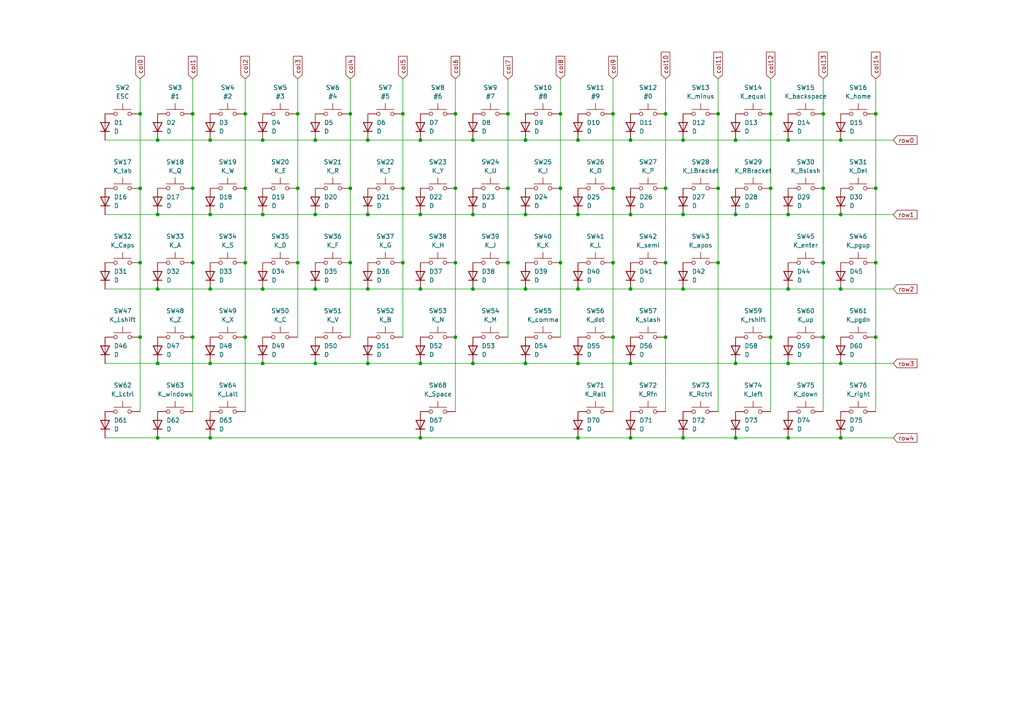
<source format=kicad_sch>
(kicad_sch (version 20230121) (generator eeschema)
  (paper "A4")
  (lib_symbols
    (symbol "Device:D" (pin_numbers hide) (pin_names (offset 1.016) hide)
      (property "Reference" "D" (at 0 2.54 0))
      (property "Value" "D" (at 0 -2.54 0))
      (symbol "D_0_1"
        (polyline (pts (xy -1.27 1.27) (xy -1.27 -1.27)) (stroke (width 0.254)))
        (polyline (pts (xy 1.27 0) (xy -1.27 0)))
        (polyline (pts (xy 1.27 1.27) (xy 1.27 -1.27) (xy -1.27 0) (xy 1.27 1.27)) (stroke (width 0.254)))
      )
      (symbol "D_1_1"
        (pin passive line (at -3.81 0 0) (length 2.54) (name "K") (number "1"))
        (pin passive line (at 3.81 0 180) (length 2.54) (name "A") (number "2"))
      )
    )
    (symbol "Switch:SW_Push" (pin_numbers hide) (pin_names (offset 1.016) hide)
      (property "Reference" "SW" (at 1.27 2.54 0))
      (property "Value" "SW_Push" (at 0 -1.524 0))
      (symbol "SW_Push_0_1"
        (circle (center -2.032 0) (radius 0.508))
        (polyline (pts (xy 0 1.27) (xy 0 3.048)))
        (polyline (pts (xy 2.54 1.27) (xy -2.54 1.27)))
        (circle (center 2.032 0) (radius 0.508))
        (pin passive line (at -5.08 0 0) (length 2.54) (name "1") (number "1"))
        (pin passive line (at 5.08 0 180) (length 2.54) (name "2") (number "2"))
      )
    )
  )
  (junction (at 238.76 33.02))
  (junction (at 91.44 105.41))
  (junction (at 208.28 33.02))
  (junction (at 91.44 40.64))
  (junction (at 208.28 54.61))
  (junction (at 254 76.2))
  (junction (at 121.92 127))
  (junction (at 182.88 62.23))
  (junction (at 60.96 127))
  (junction (at 198.12 40.64))
  (junction (at 132.08 54.61))
  (junction (at 167.64 105.41))
  (junction (at 228.6 40.64))
  (junction (at 238.76 54.61))
  (junction (at 91.44 83.82))
  (junction (at 152.4 62.23))
  (junction (at 106.68 40.64))
  (junction (at 71.12 76.2))
  (junction (at 45.72 83.82))
  (junction (at 147.32 76.2))
  (junction (at 101.6 33.02))
  (junction (at 60.96 83.82))
  (junction (at 182.88 40.64))
  (junction (at 167.64 83.82))
  (junction (at 213.36 40.64))
  (junction (at 101.6 54.61))
  (junction (at 60.96 62.23))
  (junction (at 152.4 105.41))
  (junction (at 121.92 40.64))
  (junction (at 116.84 33.02))
  (junction (at 167.64 40.64))
  (junction (at 182.88 127))
  (junction (at 60.96 105.41))
  (junction (at 106.68 62.23))
  (junction (at 213.36 105.41))
  (junction (at 71.12 54.61))
  (junction (at 193.04 54.61))
  (junction (at 137.16 62.23))
  (junction (at 208.28 76.2))
  (junction (at 76.2 40.64))
  (junction (at 121.92 62.23))
  (junction (at 193.04 33.02))
  (junction (at 116.84 54.61))
  (junction (at 228.6 105.41))
  (junction (at 243.84 127))
  (junction (at 162.56 33.02))
  (junction (at 45.72 40.64))
  (junction (at 193.04 97.79))
  (junction (at 121.92 105.41))
  (junction (at 40.64 54.61))
  (junction (at 55.88 97.79))
  (junction (at 238.76 76.2))
  (junction (at 76.2 62.23))
  (junction (at 182.88 105.41))
  (junction (at 116.84 76.2))
  (junction (at 45.72 105.41))
  (junction (at 137.16 40.64))
  (junction (at 223.52 97.79))
  (junction (at 193.04 76.2))
  (junction (at 40.64 97.79))
  (junction (at 55.88 33.02))
  (junction (at 147.32 54.61))
  (junction (at 213.36 62.23))
  (junction (at 91.44 62.23))
  (junction (at 213.36 127))
  (junction (at 60.96 40.64))
  (junction (at 198.12 62.23))
  (junction (at 147.32 33.02))
  (junction (at 40.64 33.02))
  (junction (at 254 33.02))
  (junction (at 243.84 62.23))
  (junction (at 167.64 62.23))
  (junction (at 86.36 76.2))
  (junction (at 137.16 83.82))
  (junction (at 254 54.61))
  (junction (at 101.6 76.2))
  (junction (at 132.08 33.02))
  (junction (at 198.12 127))
  (junction (at 223.52 54.61))
  (junction (at 55.88 54.61))
  (junction (at 254 97.79))
  (junction (at 243.84 83.82))
  (junction (at 228.6 62.23))
  (junction (at 228.6 83.82))
  (junction (at 137.16 105.41))
  (junction (at 45.72 127))
  (junction (at 45.72 62.23))
  (junction (at 198.12 83.82))
  (junction (at 106.68 83.82))
  (junction (at 71.12 33.02))
  (junction (at 152.4 83.82))
  (junction (at 132.08 97.79))
  (junction (at 182.88 83.82))
  (junction (at 177.8 97.79))
  (junction (at 86.36 33.02))
  (junction (at 223.52 33.02))
  (junction (at 167.64 127))
  (junction (at 55.88 76.2))
  (junction (at 152.4 40.64))
  (junction (at 40.64 76.2))
  (junction (at 177.8 33.02))
  (junction (at 243.84 40.64))
  (junction (at 162.56 54.61))
  (junction (at 132.08 76.2))
  (junction (at 76.2 83.82))
  (junction (at 238.76 97.79))
  (junction (at 86.36 54.61))
  (junction (at 228.6 127))
  (junction (at 162.56 76.2))
  (junction (at 71.12 97.79))
  (junction (at 177.8 54.61))
  (junction (at 76.2 105.41))
  (junction (at 243.84 105.41))
  (junction (at 121.92 83.82))
  (junction (at 106.68 105.41))
  (junction (at 177.8 76.2))
  (wire (pts (xy 238.76 33.02) (xy 238.76 54.61)))
  (wire (pts (xy 55.88 22.86) (xy 55.88 33.02)))
  (wire (pts (xy 132.08 76.2) (xy 132.08 97.79)))
  (wire (pts (xy 213.36 127) (xy 228.6 127)))
  (wire (pts (xy 193.04 76.2) (xy 193.04 97.79)))
  (wire (pts (xy 55.88 76.2) (xy 55.88 97.79)))
  (wire (pts (xy 71.12 76.2) (xy 71.12 97.79)))
  (wire (pts (xy 86.36 54.61) (xy 86.36 76.2)))
  (wire (pts (xy 238.76 54.61) (xy 238.76 76.2)))
  (wire (pts (xy 137.16 83.82) (xy 152.4 83.82)))
  (wire (pts (xy 243.84 127) (xy 259.08 127)))
  (wire (pts (xy 132.08 22.86) (xy 132.08 33.02)))
  (wire (pts (xy 254 54.61) (xy 254 76.2)))
  (wire (pts (xy 198.12 62.23) (xy 213.36 62.23)))
  (wire (pts (xy 137.16 40.64) (xy 152.4 40.64)))
  (wire (pts (xy 132.08 97.79) (xy 132.08 119.38)))
  (wire (pts (xy 76.2 105.41) (xy 91.44 105.41)))
  (wire (pts (xy 40.64 54.61) (xy 40.64 76.2)))
  (wire (pts (xy 121.92 40.64) (xy 137.16 40.64)))
  (wire (pts (xy 152.4 40.64) (xy 167.64 40.64)))
  (wire (pts (xy 55.88 97.79) (xy 55.88 119.38)))
  (wire (pts (xy 254 76.2) (xy 254 97.79)))
  (wire (pts (xy 198.12 127) (xy 213.36 127)))
  (wire (pts (xy 91.44 40.64) (xy 106.68 40.64)))
  (wire (pts (xy 213.36 105.41) (xy 228.6 105.41)))
  (wire (pts (xy 147.32 54.61) (xy 147.32 76.2)))
  (wire (pts (xy 116.84 33.02) (xy 116.84 54.61)))
  (wire (pts (xy 162.56 22.86) (xy 162.56 33.02)))
  (wire (pts (xy 228.6 105.41) (xy 243.84 105.41)))
  (wire (pts (xy 116.84 54.61) (xy 116.84 76.2)))
  (wire (pts (xy 45.72 83.82) (xy 60.96 83.82)))
  (wire (pts (xy 177.8 54.61) (xy 177.8 76.2)))
  (wire (pts (xy 208.28 33.02) (xy 208.28 54.61)))
  (wire (pts (xy 228.6 40.64) (xy 243.84 40.64)))
  (wire (pts (xy 177.8 76.2) (xy 177.8 97.79)))
  (wire (pts (xy 106.68 62.23) (xy 121.92 62.23)))
  (wire (pts (xy 71.12 54.61) (xy 71.12 76.2)))
  (wire (pts (xy 167.64 83.82) (xy 182.88 83.82)))
  (wire (pts (xy 137.16 105.41) (xy 152.4 105.41)))
  (wire (pts (xy 167.64 105.41) (xy 182.88 105.41)))
  (wire (pts (xy 254 22.86) (xy 254 33.02)))
  (wire (pts (xy 45.72 62.23) (xy 60.96 62.23)))
  (wire (pts (xy 213.36 62.23) (xy 228.6 62.23)))
  (wire (pts (xy 223.52 33.02) (xy 223.52 54.61)))
  (wire (pts (xy 147.32 76.2) (xy 147.32 97.79)))
  (wire (pts (xy 55.88 54.61) (xy 55.88 76.2)))
  (wire (pts (xy 40.64 33.02) (xy 40.64 54.61)))
  (wire (pts (xy 121.92 105.41) (xy 137.16 105.41)))
  (wire (pts (xy 101.6 22.86) (xy 101.6 33.02)))
  (wire (pts (xy 91.44 62.23) (xy 106.68 62.23)))
  (wire (pts (xy 147.32 33.02) (xy 147.32 54.61)))
  (wire (pts (xy 55.88 33.02) (xy 55.88 54.61)))
  (wire (pts (xy 71.12 97.79) (xy 71.12 119.38)))
  (wire (pts (xy 162.56 33.02) (xy 162.56 54.61)))
  (wire (pts (xy 243.84 83.82) (xy 259.08 83.82)))
  (wire (pts (xy 76.2 62.23) (xy 91.44 62.23)))
  (wire (pts (xy 101.6 33.02) (xy 101.6 54.61)))
  (wire (pts (xy 60.96 40.64) (xy 76.2 40.64)))
  (wire (pts (xy 132.08 54.61) (xy 132.08 76.2)))
  (wire (pts (xy 193.04 54.61) (xy 193.04 76.2)))
  (wire (pts (xy 182.88 62.23) (xy 198.12 62.23)))
  (wire (pts (xy 86.36 33.02) (xy 86.36 54.61)))
  (wire (pts (xy 167.64 40.64) (xy 182.88 40.64)))
  (wire (pts (xy 228.6 127) (xy 243.84 127)))
  (wire (pts (xy 30.48 83.82) (xy 45.72 83.82)))
  (wire (pts (xy 116.84 22.86) (xy 116.84 33.02)))
  (wire (pts (xy 193.04 33.02) (xy 193.04 54.61)))
  (wire (pts (xy 254 33.02) (xy 254 54.61)))
  (wire (pts (xy 76.2 40.64) (xy 91.44 40.64)))
  (wire (pts (xy 167.64 127) (xy 182.88 127)))
  (wire (pts (xy 152.4 83.82) (xy 167.64 83.82)))
  (wire (pts (xy 30.48 62.23) (xy 45.72 62.23)))
  (wire (pts (xy 177.8 22.86) (xy 177.8 33.02)))
  (wire (pts (xy 208.28 54.61) (xy 208.28 76.2)))
  (wire (pts (xy 30.48 127) (xy 45.72 127)))
  (wire (pts (xy 121.92 83.82) (xy 137.16 83.82)))
  (wire (pts (xy 30.48 105.41) (xy 45.72 105.41)))
  (wire (pts (xy 228.6 62.23) (xy 243.84 62.23)))
  (wire (pts (xy 182.88 40.64) (xy 198.12 40.64)))
  (wire (pts (xy 45.72 127) (xy 60.96 127)))
  (wire (pts (xy 238.76 22.86) (xy 238.76 33.02)))
  (wire (pts (xy 238.76 97.79) (xy 238.76 119.38)))
  (wire (pts (xy 193.04 22.86) (xy 193.04 33.02)))
  (wire (pts (xy 60.96 83.82) (xy 76.2 83.82)))
  (wire (pts (xy 182.88 83.82) (xy 198.12 83.82)))
  (wire (pts (xy 182.88 127) (xy 198.12 127)))
  (wire (pts (xy 106.68 83.82) (xy 121.92 83.82)))
  (wire (pts (xy 223.52 54.61) (xy 223.52 97.79)))
  (wire (pts (xy 243.84 40.64) (xy 259.08 40.64)))
  (wire (pts (xy 116.84 76.2) (xy 116.84 97.79)))
  (wire (pts (xy 198.12 83.82) (xy 228.6 83.82)))
  (wire (pts (xy 30.48 40.64) (xy 45.72 40.64)))
  (wire (pts (xy 243.84 105.41) (xy 259.08 105.41)))
  (wire (pts (xy 86.36 76.2) (xy 86.36 97.79)))
  (wire (pts (xy 198.12 40.64) (xy 213.36 40.64)))
  (wire (pts (xy 228.6 83.82) (xy 243.84 83.82)))
  (wire (pts (xy 106.68 105.41) (xy 121.92 105.41)))
  (wire (pts (xy 208.28 22.86) (xy 208.28 33.02)))
  (wire (pts (xy 91.44 83.82) (xy 106.68 83.82)))
  (wire (pts (xy 60.96 127) (xy 121.92 127)))
  (wire (pts (xy 152.4 105.41) (xy 167.64 105.41)))
  (wire (pts (xy 238.76 76.2) (xy 238.76 97.79)))
  (wire (pts (xy 45.72 105.41) (xy 60.96 105.41)))
  (wire (pts (xy 152.4 62.23) (xy 167.64 62.23)))
  (wire (pts (xy 213.36 40.64) (xy 228.6 40.64)))
  (wire (pts (xy 91.44 105.41) (xy 106.68 105.41)))
  (wire (pts (xy 167.64 62.23) (xy 182.88 62.23)))
  (wire (pts (xy 106.68 40.64) (xy 121.92 40.64)))
  (wire (pts (xy 71.12 33.02) (xy 71.12 54.61)))
  (wire (pts (xy 254 97.79) (xy 254 119.38)))
  (wire (pts (xy 223.52 97.79) (xy 223.52 119.38)))
  (wire (pts (xy 121.92 62.23) (xy 137.16 62.23)))
  (wire (pts (xy 193.04 97.79) (xy 193.04 119.38)))
  (wire (pts (xy 40.64 76.2) (xy 40.64 97.79)))
  (wire (pts (xy 177.8 33.02) (xy 177.8 54.61)))
  (wire (pts (xy 121.92 127) (xy 167.64 127)))
  (wire (pts (xy 132.08 33.02) (xy 132.08 54.61)))
  (wire (pts (xy 137.16 62.23) (xy 152.4 62.23)))
  (wire (pts (xy 60.96 62.23) (xy 76.2 62.23)))
  (wire (pts (xy 162.56 54.61) (xy 162.56 76.2)))
  (wire (pts (xy 60.96 105.41) (xy 76.2 105.41)))
  (wire (pts (xy 40.64 22.86) (xy 40.64 33.02)))
  (wire (pts (xy 162.56 76.2) (xy 162.56 97.79)))
  (wire (pts (xy 40.64 97.79) (xy 40.64 119.38)))
  (wire (pts (xy 147.32 22.86) (xy 147.32 33.02)))
  (wire (pts (xy 45.72 40.64) (xy 60.96 40.64)))
  (wire (pts (xy 101.6 76.2) (xy 101.6 97.79)))
  (wire (pts (xy 86.36 22.86) (xy 86.36 33.02)))
  (wire (pts (xy 71.12 22.86) (xy 71.12 33.02)))
  (wire (pts (xy 76.2 83.82) (xy 91.44 83.82)))
  (wire (pts (xy 182.88 105.41) (xy 213.36 105.41)))
  (wire (pts (xy 208.28 76.2) (xy 208.28 119.38)))
  (wire (pts (xy 243.84 62.23) (xy 259.08 62.23)))
  (wire (pts (xy 101.6 54.61) (xy 101.6 76.2)))
  (wire (pts (xy 177.8 97.79) (xy 177.8 119.38)))
  (wire (pts (xy 223.52 22.86) (xy 223.52 33.02)))
  (global_label "col8" (shape input) (at 162.56 22.86 90) (property "Intersheetrefs" "${INTERSHEET_REFS}" (effects hide)))
  (global_label "col9" (shape input) (at 177.8 22.86 90) (property "Intersheetrefs" "${INTERSHEET_REFS}" (effects hide)))
  (global_label "col1" (shape input) (at 55.88 22.86 90) (property "Intersheetrefs" "${INTERSHEET_REFS}" (effects hide)))
  (global_label "col4" (shape input) (at 101.6 22.86 90) (property "Intersheetrefs" "${INTERSHEET_REFS}" (effects hide)))
  (global_label "col3" (shape input) (at 86.36 22.86 90) (property "Intersheetrefs" "${INTERSHEET_REFS}" (effects hide)))
  (global_label "row3" (shape input) (at 259.08 105.41 0) (property "Intersheetrefs" "${INTERSHEET_REFS}" (effects hide)))
  (global_label "col5" (shape input) (at 116.84 22.86 90) (property "Intersheetrefs" "${INTERSHEET_REFS}" (effects hide)))
  (global_label "col0" (shape input) (at 40.64 22.86 90) (property "Intersheetrefs" "${INTERSHEET_REFS}" (effects hide)))
  (global_label "row2" (shape input) (at 259.08 83.82 0) (property "Intersheetrefs" "${INTERSHEET_REFS}" (effects hide)))
  (global_label "col13" (shape input) (at 238.76 22.86 90) (property "Intersheetrefs" "${INTERSHEET_REFS}" (effects hide)))
  (global_label "col11" (shape input) (at 208.28 22.86 90) (property "Intersheetrefs" "${INTERSHEET_REFS}" (effects hide)))
  (global_label "col7" (shape input) (at 147.32 23.0144 90) (property "Intersheetrefs" "${INTERSHEET_REFS}" (effects hide)))
  (global_label "col12" (shape input) (at 223.52 22.86 90) (property "Intersheetrefs" "${INTERSHEET_REFS}" (effects hide)))
  (global_label "row0" (shape input) (at 259.08 40.64 0) (property "Intersheetrefs" "${INTERSHEET_REFS}" (effects hide)))
  (global_label "col6" (shape input) (at 132.08 22.86 90) (property "Intersheetrefs" "${INTERSHEET_REFS}" (effects hide)))
  (global_label "col2" (shape input) (at 71.12 22.86 90) (property "Intersheetrefs" "${INTERSHEET_REFS}" (effects hide)))
  (global_label "col14" (shape input) (at 254 22.86 90) (property "Intersheetrefs" "${INTERSHEET_REFS}" (effects hide)))
  (global_label "row4" (shape input) (at 259.08 127 0) (property "Intersheetrefs" "${INTERSHEET_REFS}" (effects hide)))
  (global_label "col10" (shape input) (at 193.04 22.86 90) (property "Intersheetrefs" "${INTERSHEET_REFS}" (effects hide)))
  (global_label "row1" (shape input) (at 259.08 62.23 0) (property "Intersheetrefs" "${INTERSHEET_REFS}" (effects hide)))
  (symbol (lib_id "Device:D") (at 106.68 58.42 90) (unit 1)
    (property "Reference" "D21" (at 109.22 57.15 90) (effects (justify right)))
    (property "Value" "D" (at 109.22 59.69 90) (effects (justify right)))
    (property "Footprint" "Diode_SMD:D_SOD-123" (effects hide))
    (property "Sim.Device" "D" (effects hide))
    (property "Sim.Pins" "1=K 2=A" (effects hide))
  )
  (symbol (lib_id "Switch:SW_Push") (at 66.04 33.02 0) (unit 1)
    (property "Reference" "SW4" (at 66.04 25.4 0))
    (property "Value" "#2" (at 66.04 27.94 0))
    (property "Footprint" "MX_Alps_Hybrid:MX-Alps-Hybrid-1U" (effects hide))
  )
  (symbol (lib_id "Device:D") (at 213.36 101.6 90) (unit 1)
    (property "Reference" "D58" (at 215.9 100.33 90) (effects (justify right)))
    (property "Value" "D" (at 215.9 102.87 90) (effects (justify right)))
    (property "Footprint" "Diode_SMD:D_SOD-123" (effects hide))
    (property "Sim.Device" "D" (effects hide))
    (property "Sim.Pins" "1=K 2=A" (effects hide))
  )
  (symbol (lib_id "Device:D") (at 243.84 80.01 90) (unit 1)
    (property "Reference" "D45" (at 246.38 78.74 90) (effects (justify right)))
    (property "Value" "D" (at 246.38 81.28 90) (effects (justify right)))
    (property "Footprint" "Diode_SMD:D_SOD-123" (effects hide))
    (property "Sim.Device" "D" (effects hide))
    (property "Sim.Pins" "1=K 2=A" (effects hide))
  )
  (symbol (lib_id "Switch:SW_Push") (at 81.28 33.02 0) (unit 1)
    (property "Reference" "SW5" (at 81.28 25.4 0))
    (property "Value" "#3" (at 81.28 27.94 0))
    (property "Footprint" "MX_Alps_Hybrid:MX-Alps-Hybrid-1U" (effects hide))
  )
  (symbol (lib_id "Device:D") (at 182.88 58.42 90) (unit 1)
    (property "Reference" "D26" (at 185.42 57.15 90) (effects (justify right)))
    (property "Value" "D" (at 185.42 59.69 90) (effects (justify right)))
    (property "Footprint" "Diode_SMD:D_SOD-123" (effects hide))
    (property "Sim.Device" "D" (effects hide))
    (property "Sim.Pins" "1=K 2=A" (effects hide))
  )
  (symbol (lib_id "Switch:SW_Push") (at 66.04 97.79 0) (unit 1)
    (property "Reference" "SW49" (at 66.04 90.17 0))
    (property "Value" "K_X" (at 66.04 92.71 0))
    (property "Footprint" "MX_Alps_Hybrid:MX-Alps-Hybrid-1U" (effects hide))
  )
  (symbol (lib_id "Switch:SW_Push") (at 157.48 76.2 0) (unit 1)
    (property "Reference" "SW40" (at 157.48 68.58 0))
    (property "Value" "K_K" (at 157.48 71.12 0))
    (property "Footprint" "MX_Alps_Hybrid:MX-Alps-Hybrid-1U" (effects hide))
  )
  (symbol (lib_id "Device:D") (at 167.64 80.01 90) (unit 1)
    (property "Reference" "D40" (at 170.18 78.74 90) (effects (justify right)))
    (property "Value" "D" (at 170.18 81.28 90) (effects (justify right)))
    (property "Footprint" "Diode_SMD:D_SOD-123" (effects hide))
    (property "Sim.Device" "D" (effects hide))
    (property "Sim.Pins" "1=K 2=A" (effects hide))
  )
  (symbol (lib_id "Device:D") (at 243.84 123.19 90) (unit 1)
    (property "Reference" "D75" (at 246.38 121.92 90) (effects (justify right)))
    (property "Value" "D" (at 246.38 124.46 90) (effects (justify right)))
    (property "Footprint" "Diode_SMD:D_SOD-123" (effects hide))
    (property "Sim.Device" "D" (effects hide))
    (property "Sim.Pins" "1=K 2=A" (effects hide))
  )
  (symbol (lib_id "Device:D") (at 198.12 36.83 90) (unit 1)
    (property "Reference" "D12" (at 200.66 35.56 90) (effects (justify right)))
    (property "Value" "D" (at 200.66 38.1 90) (effects (justify right)))
    (property "Footprint" "Diode_SMD:D_SOD-123" (effects hide))
    (property "Sim.Device" "D" (effects hide))
    (property "Sim.Pins" "1=K 2=A" (effects hide))
  )
  (symbol (lib_id "Switch:SW_Push") (at 218.44 33.02 0) (unit 1)
    (property "Reference" "SW14" (at 218.44 25.4 0))
    (property "Value" "K_equal" (at 218.44 27.94 0))
    (property "Footprint" "MX_Alps_Hybrid:MX-Alps-Hybrid-1U" (effects hide))
  )
  (symbol (lib_id "Device:D") (at 60.96 80.01 90) (unit 1)
    (property "Reference" "D33" (at 63.5 78.74 90) (effects (justify right)))
    (property "Value" "D" (at 63.5 81.28 90) (effects (justify right)))
    (property "Footprint" "Diode_SMD:D_SOD-123" (effects hide))
    (property "Sim.Device" "D" (effects hide))
    (property "Sim.Pins" "1=K 2=A" (effects hide))
  )
  (symbol (lib_id "Device:D") (at 152.4 80.01 90) (unit 1)
    (property "Reference" "D39" (at 154.94 78.74 90) (effects (justify right)))
    (property "Value" "D" (at 154.94 81.28 90) (effects (justify right)))
    (property "Footprint" "Diode_SMD:D_SOD-123" (effects hide))
    (property "Sim.Device" "D" (effects hide))
    (property "Sim.Pins" "1=K 2=A" (effects hide))
  )
  (symbol (lib_id "Switch:SW_Push") (at 233.68 54.61 0) (unit 1)
    (property "Reference" "SW30" (at 233.68 46.99 0))
    (property "Value" "K_Bslash" (at 233.68 49.53 0))
    (property "Footprint" "MX_Alps_Hybrid:MX-Alps-Hybrid-1.5U" (effects hide))
  )
  (symbol (lib_id "Switch:SW_Push") (at 142.24 76.2 0) (unit 1)
    (property "Reference" "SW39" (at 142.24 68.58 0))
    (property "Value" "K_J" (at 142.24 71.12 0))
    (property "Footprint" "MX_Alps_Hybrid:MX-Alps-Hybrid-1U" (effects hide))
  )
  (symbol (lib_id "Switch:SW_Push") (at 66.04 54.61 0) (unit 1)
    (property "Reference" "SW19" (at 66.04 46.99 0))
    (property "Value" "K_W" (at 66.04 49.53 0))
    (property "Footprint" "MX_Alps_Hybrid:MX-Alps-Hybrid-1U" (effects hide))
  )
  (symbol (lib_id "Switch:SW_Push") (at 127 97.79 0) (unit 1)
    (property "Reference" "SW53" (at 127 90.17 0))
    (property "Value" "K_N" (at 127 92.71 0))
    (property "Footprint" "MX_Alps_Hybrid:MX-Alps-Hybrid-1U" (effects hide))
  )
  (symbol (lib_id "Device:D") (at 198.12 58.42 90) (unit 1)
    (property "Reference" "D27" (at 200.66 57.15 90) (effects (justify right)))
    (property "Value" "D" (at 200.66 59.69 90) (effects (justify right)))
    (property "Footprint" "Diode_SMD:D_SOD-123" (effects hide))
    (property "Sim.Device" "D" (effects hide))
    (property "Sim.Pins" "1=K 2=A" (effects hide))
  )
  (symbol (lib_id "Device:D") (at 76.2 80.01 90) (unit 1)
    (property "Reference" "D34" (at 78.74 78.74 90) (effects (justify right)))
    (property "Value" "D" (at 78.74 81.28 90) (effects (justify right)))
    (property "Footprint" "Diode_SMD:D_SOD-123" (effects hide))
    (property "Sim.Device" "D" (effects hide))
    (property "Sim.Pins" "1=K 2=A" (effects hide))
  )
  (symbol (lib_id "Device:D") (at 152.4 58.42 90) (unit 1)
    (property "Reference" "D24" (at 154.94 57.15 90) (effects (justify right)))
    (property "Value" "D" (at 154.94 59.69 90) (effects (justify right)))
    (property "Footprint" "Diode_SMD:D_SOD-123" (effects hide))
    (property "Sim.Device" "D" (effects hide))
    (property "Sim.Pins" "1=K 2=A" (effects hide))
  )
  (symbol (lib_id "Switch:SW_Push") (at 203.2 76.2 0) (unit 1)
    (property "Reference" "SW43" (at 203.2 68.58 0))
    (property "Value" "K_apos" (at 203.2 71.12 0))
    (property "Footprint" "MX_Alps_Hybrid:MX-Alps-Hybrid-1U" (effects hide))
  )
  (symbol (lib_id "Switch:SW_Push") (at 203.2 119.38 0) (unit 1)
    (property "Reference" "SW73" (at 203.2 111.76 0))
    (property "Value" "K_Rctrl" (at 203.2 114.3 0))
    (property "Footprint" "MX_Alps_Hybrid:MX-Alps-Hybrid-1U" (effects hide))
  )
  (symbol (lib_id "Device:D") (at 182.88 123.19 90) (unit 1)
    (property "Reference" "D71" (at 185.42 121.92 90) (effects (justify right)))
    (property "Value" "D" (at 185.42 124.46 90) (effects (justify right)))
    (property "Footprint" "Diode_SMD:D_SOD-123" (effects hide))
    (property "Sim.Device" "D" (effects hide))
    (property "Sim.Pins" "1=K 2=A" (effects hide))
  )
  (symbol (lib_id "Switch:SW_Push") (at 157.48 33.02 0) (unit 1)
    (property "Reference" "SW10" (at 157.48 25.4 0))
    (property "Value" "#8" (at 157.48 27.94 0))
    (property "Footprint" "MX_Alps_Hybrid:MX-Alps-Hybrid-1U" (effects hide))
  )
  (symbol (lib_id "Switch:SW_Push") (at 172.72 33.02 0) (unit 1)
    (property "Reference" "SW11" (at 172.72 25.4 0))
    (property "Value" "#9" (at 172.72 27.94 0))
    (property "Footprint" "MX_Alps_Hybrid:MX-Alps-Hybrid-1U" (effects hide))
  )
  (symbol (lib_id "Switch:SW_Push") (at 187.96 76.2 0) (unit 1)
    (property "Reference" "SW42" (at 187.96 68.58 0))
    (property "Value" "K_semi" (at 187.96 71.12 0))
    (property "Footprint" "MX_Alps_Hybrid:MX-Alps-Hybrid-1U" (effects hide))
  )
  (symbol (lib_id "Switch:SW_Push") (at 81.28 54.61 0) (unit 1)
    (property "Reference" "SW20" (at 81.28 46.99 0))
    (property "Value" "K_E" (at 81.28 49.53 0))
    (property "Footprint" "MX_Alps_Hybrid:MX-Alps-Hybrid-1U" (effects hide))
  )
  (symbol (lib_id "Switch:SW_Push") (at 248.92 54.61 0) (unit 1)
    (property "Reference" "SW31" (at 248.92 46.99 0))
    (property "Value" "K_Del" (at 248.92 49.53 0))
    (property "Footprint" "MX_Alps_Hybrid:MX-Alps-Hybrid-1U" (effects hide))
  )
  (symbol (lib_id "Switch:SW_Push") (at 111.76 33.02 0) (unit 1)
    (property "Reference" "SW7" (at 111.76 25.4 0))
    (property "Value" "#5" (at 111.76 27.94 0))
    (property "Footprint" "MX_Alps_Hybrid:MX-Alps-Hybrid-1U" (effects hide))
  )
  (symbol (lib_id "Switch:SW_Push") (at 111.76 97.79 0) (unit 1)
    (property "Reference" "SW52" (at 111.76 90.17 0))
    (property "Value" "K_B" (at 111.76 92.71 0))
    (property "Footprint" "MX_Alps_Hybrid:MX-Alps-Hybrid-1U" (effects hide))
  )
  (symbol (lib_id "Switch:SW_Push") (at 127 33.02 0) (unit 1)
    (property "Reference" "SW8" (at 127 25.4 0))
    (property "Value" "#6" (at 127 27.94 0))
    (property "Footprint" "MX_Alps_Hybrid:MX-Alps-Hybrid-1U" (effects hide))
  )
  (symbol (lib_id "Device:D") (at 121.92 123.19 90) (unit 1)
    (property "Reference" "D67" (at 124.46 121.92 90) (effects (justify right)))
    (property "Value" "D" (at 124.46 124.46 90) (effects (justify right)))
    (property "Footprint" "Diode_SMD:D_SOD-123" (effects hide))
    (property "Sim.Device" "D" (effects hide))
    (property "Sim.Pins" "1=K 2=A" (effects hide))
  )
  (symbol (lib_id "Device:D") (at 137.16 58.42 90) (unit 1)
    (property "Reference" "D23" (at 139.7 57.15 90) (effects (justify right)))
    (property "Value" "D" (at 139.7 59.69 90) (effects (justify right)))
    (property "Footprint" "Diode_SMD:D_SOD-123" (effects hide))
    (property "Sim.Device" "D" (effects hide))
    (property "Sim.Pins" "1=K 2=A" (effects hide))
  )
  (symbol (lib_id "Switch:SW_Push") (at 157.48 54.61 0) (unit 1)
    (property "Reference" "SW25" (at 157.48 46.99 0))
    (property "Value" "K_I" (at 157.48 49.53 0))
    (property "Footprint" "MX_Alps_Hybrid:MX-Alps-Hybrid-1U" (effects hide))
  )
  (symbol (lib_id "Device:D") (at 228.6 58.42 90) (unit 1)
    (property "Reference" "D29" (at 231.14 57.15 90) (effects (justify right)))
    (property "Value" "D" (at 231.14 59.69 90) (effects (justify right)))
    (property "Footprint" "Diode_SMD:D_SOD-123" (effects hide))
    (property "Sim.Device" "D" (effects hide))
    (property "Sim.Pins" "1=K 2=A" (effects hide))
  )
  (symbol (lib_id "Device:D") (at 243.84 58.42 90) (unit 1)
    (property "Reference" "D30" (at 246.38 57.15 90) (effects (justify right)))
    (property "Value" "D" (at 246.38 59.69 90) (effects (justify right)))
    (property "Footprint" "Diode_SMD:D_SOD-123" (effects hide))
    (property "Sim.Device" "D" (effects hide))
    (property "Sim.Pins" "1=K 2=A" (effects hide))
  )
  (symbol (lib_id "Device:D") (at 121.92 36.83 90) (unit 1)
    (property "Reference" "D7" (at 124.46 35.56 90) (effects (justify right)))
    (property "Value" "D" (at 124.46 38.1 90) (effects (justify right)))
    (property "Footprint" "Diode_SMD:D_SOD-123" (effects hide))
    (property "Sim.Device" "D" (effects hide))
    (property "Sim.Pins" "1=K 2=A" (effects hide))
  )
  (symbol (lib_id "Switch:SW_Push") (at 203.2 33.02 0) (unit 1)
    (property "Reference" "SW13" (at 203.2 25.4 0))
    (property "Value" "K_minus" (at 203.2 27.94 0))
    (property "Footprint" "MX_Alps_Hybrid:MX-Alps-Hybrid-1U" (effects hide))
  )
  (symbol (lib_id "Device:D") (at 45.72 80.01 90) (unit 1)
    (property "Reference" "D32" (at 48.26 78.74 90) (effects (justify right)))
    (property "Value" "D" (at 48.26 81.28 90) (effects (justify right)))
    (property "Footprint" "Diode_SMD:D_SOD-123" (effects hide))
    (property "Sim.Device" "D" (effects hide))
    (property "Sim.Pins" "1=K 2=A" (effects hide))
  )
  (symbol (lib_id "Switch:SW_Push") (at 187.96 33.02 0) (unit 1)
    (property "Reference" "SW12" (at 187.96 25.4 0))
    (property "Value" "#0" (at 187.96 27.94 0))
    (property "Footprint" "MX_Alps_Hybrid:MX-Alps-Hybrid-1U" (effects hide))
  )
  (symbol (lib_id "Device:D") (at 213.36 36.83 90) (unit 1)
    (property "Reference" "D13" (at 215.9 35.56 90) (effects (justify right)))
    (property "Value" "D" (at 215.9 38.1 90) (effects (justify right)))
    (property "Footprint" "Diode_SMD:D_SOD-123" (effects hide))
    (property "Sim.Device" "D" (effects hide))
    (property "Sim.Pins" "1=K 2=A" (effects hide))
  )
  (symbol (lib_id "Switch:SW_Push") (at 233.68 119.38 0) (unit 1)
    (property "Reference" "SW75" (at 233.68 111.76 0))
    (property "Value" "K_down" (at 233.68 114.3 0))
    (property "Footprint" "MX_Alps_Hybrid:MX-Alps-Hybrid-1U" (effects hide))
  )
  (symbol (lib_id "Switch:SW_Push") (at 233.68 33.02 0) (unit 1)
    (property "Reference" "SW15" (at 233.68 25.4 0))
    (property "Value" "K_backspace" (at 233.68 27.94 0))
    (property "Footprint" "MX_Alps_Hybrid:MX-Alps-Hybrid-2U" (effects hide))
  )
  (symbol (lib_id "Device:D") (at 243.84 101.6 90) (unit 1)
    (property "Reference" "D60" (at 246.38 100.33 90) (effects (justify right)))
    (property "Value" "D" (at 246.38 102.87 90) (effects (justify right)))
    (property "Footprint" "Diode_SMD:D_SOD-123" (effects hide))
    (property "Sim.Device" "D" (effects hide))
    (property "Sim.Pins" "1=K 2=A" (effects hide))
  )
  (symbol (lib_id "Switch:SW_Push") (at 35.56 76.2 0) (unit 1)
    (property "Reference" "SW32" (at 35.56 68.58 0))
    (property "Value" "K_Caps" (at 35.56 71.12 0))
    (property "Footprint" "MX_Alps_Hybrid:MX-Alps-Hybrid-1.75U" (effects hide))
  )
  (symbol (lib_id "Device:D") (at 30.48 123.19 90) (unit 1)
    (property "Reference" "D61" (at 33.02 121.92 90) (effects (justify right)))
    (property "Value" "D" (at 33.02 124.46 90) (effects (justify right)))
    (property "Footprint" "Diode_SMD:D_SOD-123" (effects hide))
    (property "Sim.Device" "D" (effects hide))
    (property "Sim.Pins" "1=K 2=A" (effects hide))
  )
  (symbol (lib_id "Switch:SW_Push") (at 187.96 119.38 0) (unit 1)
    (property "Reference" "SW72" (at 187.96 111.76 0))
    (property "Value" "K_Rfn" (at 187.96 114.3 0))
    (property "Footprint" "MX_Alps_Hybrid:MX-Alps-Hybrid-1.5U" (effects hide))
  )
  (symbol (lib_id "Device:D") (at 228.6 101.6 90) (unit 1)
    (property "Reference" "D59" (at 231.14 100.33 90) (effects (justify right)))
    (property "Value" "D" (at 231.14 102.87 90) (effects (justify right)))
    (property "Footprint" "Diode_SMD:D_SOD-123" (effects hide))
    (property "Sim.Device" "D" (effects hide))
    (property "Sim.Pins" "1=K 2=A" (effects hide))
  )
  (symbol (lib_id "Switch:SW_Push") (at 157.48 97.79 0) (unit 1)
    (property "Reference" "SW55" (at 157.48 90.17 0))
    (property "Value" "K_comma" (at 157.48 92.71 0))
    (property "Footprint" "MX_Alps_Hybrid:MX-Alps-Hybrid-1U" (effects hide))
  )
  (symbol (lib_id "Device:D") (at 182.88 80.01 90) (unit 1)
    (property "Reference" "D41" (at 185.42 78.74 90) (effects (justify right)))
    (property "Value" "D" (at 185.42 81.28 90) (effects (justify right)))
    (property "Footprint" "Diode_SMD:D_SOD-123" (effects hide))
    (property "Sim.Device" "D" (effects hide))
    (property "Sim.Pins" "1=K 2=A" (effects hide))
  )
  (symbol (lib_id "Device:D") (at 121.92 58.42 90) (unit 1)
    (property "Reference" "D22" (at 124.46 57.15 90) (effects (justify right)))
    (property "Value" "D" (at 124.46 59.69 90) (effects (justify right)))
    (property "Footprint" "Diode_SMD:D_SOD-123" (effects hide))
    (property "Sim.Device" "D" (effects hide))
    (property "Sim.Pins" "1=K 2=A" (effects hide))
  )
  (symbol (lib_id "Device:D") (at 30.48 58.42 90) (unit 1)
    (property "Reference" "D16" (at 33.02 57.15 90) (effects (justify right)))
    (property "Value" "D" (at 33.02 59.69 90) (effects (justify right)))
    (property "Footprint" "Diode_SMD:D_SOD-123" (effects hide))
    (property "Sim.Device" "D" (effects hide))
    (property "Sim.Pins" "1=K 2=A" (effects hide))
  )
  (symbol (lib_id "Device:D") (at 213.36 123.19 90) (unit 1)
    (property "Reference" "D73" (at 215.9 121.92 90) (effects (justify right)))
    (property "Value" "D" (at 215.9 124.46 90) (effects (justify right)))
    (property "Footprint" "Diode_SMD:D_SOD-123" (effects hide))
    (property "Sim.Device" "D" (effects hide))
    (property "Sim.Pins" "1=K 2=A" (effects hide))
  )
  (symbol (lib_id "Switch:SW_Push") (at 127 76.2 0) (unit 1)
    (property "Reference" "SW38" (at 127 68.58 0))
    (property "Value" "K_H" (at 127 71.12 0))
    (property "Footprint" "MX_Alps_Hybrid:MX-Alps-Hybrid-1U" (effects hide))
  )
  (symbol (lib_id "Switch:SW_Push") (at 218.44 54.61 0) (unit 1)
    (property "Reference" "SW29" (at 218.44 46.99 0))
    (property "Value" "K_RBracket" (at 218.44 49.53 0))
    (property "Footprint" "MX_Alps_Hybrid:MX-Alps-Hybrid-1U" (effects hide))
  )
  (symbol (lib_id "Switch:SW_Push") (at 96.52 76.2 0) (unit 1)
    (property "Reference" "SW36" (at 96.52 68.58 0))
    (property "Value" "K_F" (at 96.52 71.12 0))
    (property "Footprint" "MX_Alps_Hybrid:MX-Alps-Hybrid-1U" (effects hide))
  )
  (symbol (lib_id "Switch:SW_Push") (at 96.52 33.02 0) (unit 1)
    (property "Reference" "SW6" (at 96.52 25.4 0))
    (property "Value" "#4" (at 96.52 27.94 0))
    (property "Footprint" "MX_Alps_Hybrid:MX-Alps-Hybrid-1U" (effects hide))
  )
  (symbol (lib_id "Device:D") (at 30.48 36.83 90) (unit 1)
    (property "Reference" "D1" (at 33.02 35.56 90) (effects (justify right)))
    (property "Value" "D" (at 33.02 38.1 90) (effects (justify right)))
    (property "Footprint" "Diode_SMD:D_SOD-123" (effects hide))
    (property "Sim.Device" "D" (effects hide))
    (property "Sim.Pins" "1=K 2=A" (effects hide))
  )
  (symbol (lib_id "Device:D") (at 45.72 101.6 90) (unit 1)
    (property "Reference" "D47" (at 48.26 100.33 90) (effects (justify right)))
    (property "Value" "D" (at 48.26 102.87 90) (effects (justify right)))
    (property "Footprint" "Diode_SMD:D_SOD-123" (effects hide))
    (property "Sim.Device" "D" (effects hide))
    (property "Sim.Pins" "1=K 2=A" (effects hide))
  )
  (symbol (lib_id "Device:D") (at 167.64 58.42 90) (unit 1)
    (property "Reference" "D25" (at 170.18 57.15 90) (effects (justify right)))
    (property "Value" "D" (at 170.18 59.69 90) (effects (justify right)))
    (property "Footprint" "Diode_SMD:D_SOD-123" (effects hide))
    (property "Sim.Device" "D" (effects hide))
    (property "Sim.Pins" "1=K 2=A" (effects hide))
  )
  (symbol (lib_id "Device:D") (at 30.48 101.6 90) (unit 1)
    (property "Reference" "D46" (at 33.02 100.33 90) (effects (justify right)))
    (property "Value" "D" (at 33.02 102.87 90) (effects (justify right)))
    (property "Footprint" "Diode_SMD:D_SOD-123" (effects hide))
    (property "Sim.Device" "D" (effects hide))
    (property "Sim.Pins" "1=K 2=A" (effects hide))
  )
  (symbol (lib_id "Device:D") (at 213.36 58.42 90) (unit 1)
    (property "Reference" "D28" (at 215.9 57.15 90) (effects (justify right)))
    (property "Value" "D" (at 215.9 59.69 90) (effects (justify right)))
    (property "Footprint" "Diode_SMD:D_SOD-123" (effects hide))
    (property "Sim.Device" "D" (effects hide))
    (property "Sim.Pins" "1=K 2=A" (effects hide))
  )
  (symbol (lib_id "Device:D") (at 243.84 36.83 90) (unit 1)
    (property "Reference" "D15" (at 246.38 35.56 90) (effects (justify right)))
    (property "Value" "D" (at 246.38 38.1 90) (effects (justify right)))
    (property "Footprint" "Diode_SMD:D_SOD-123" (effects hide))
    (property "Sim.Device" "D" (effects hide))
    (property "Sim.Pins" "1=K 2=A" (effects hide))
  )
  (symbol (lib_id "Device:D") (at 121.92 101.6 90) (unit 1)
    (property "Reference" "D52" (at 124.46 100.33 90) (effects (justify right)))
    (property "Value" "D" (at 124.46 102.87 90) (effects (justify right)))
    (property "Footprint" "Diode_SMD:D_SOD-123" (effects hide))
    (property "Sim.Device" "D" (effects hide))
    (property "Sim.Pins" "1=K 2=A" (effects hide))
  )
  (symbol (lib_id "Device:D") (at 91.44 80.01 90) (unit 1)
    (property "Reference" "D35" (at 93.98 78.74 90) (effects (justify right)))
    (property "Value" "D" (at 93.98 81.28 90) (effects (justify right)))
    (property "Footprint" "Diode_SMD:D_SOD-123" (effects hide))
    (property "Sim.Device" "D" (effects hide))
    (property "Sim.Pins" "1=K 2=A" (effects hide))
  )
  (symbol (lib_id "Switch:SW_Push") (at 172.72 119.38 0) (unit 1)
    (property "Reference" "SW71" (at 172.72 111.76 0))
    (property "Value" "K_Ralt" (at 172.72 114.3 0))
    (property "Footprint" "MX_Alps_Hybrid:MX-Alps-Hybrid-1U" (effects hide))
  )
  (symbol (lib_id "Device:D") (at 152.4 101.6 90) (unit 1)
    (property "Reference" "D54" (at 154.94 100.33 90) (effects (justify right)))
    (property "Value" "D" (at 154.94 102.87 90) (effects (justify right)))
    (property "Footprint" "Diode_SMD:D_SOD-123" (effects hide))
    (property "Sim.Device" "D" (effects hide))
    (property "Sim.Pins" "1=K 2=A" (effects hide))
  )
  (symbol (lib_id "Switch:SW_Push") (at 50.8 97.79 0) (unit 1)
    (property "Reference" "SW48" (at 50.8 90.17 0))
    (property "Value" "K_Z" (at 50.8 92.71 0))
    (property "Footprint" "MX_Alps_Hybrid:MX-Alps-Hybrid-1U" (effects hide))
  )
  (symbol (lib_id "Device:D") (at 91.44 101.6 90) (unit 1)
    (property "Reference" "D50" (at 93.98 100.33 90) (effects (justify right)))
    (property "Value" "D" (at 93.98 102.87 90) (effects (justify right)))
    (property "Footprint" "Diode_SMD:D_SOD-123" (effects hide))
    (property "Sim.Device" "D" (effects hide))
    (property "Sim.Pins" "1=K 2=A" (effects hide))
  )
  (symbol (lib_id "Device:D") (at 91.44 58.42 90) (unit 1)
    (property "Reference" "D20" (at 93.98 57.15 90) (effects (justify right)))
    (property "Value" "D" (at 93.98 59.69 90) (effects (justify right)))
    (property "Footprint" "Diode_SMD:D_SOD-123" (effects hide))
    (property "Sim.Device" "D" (effects hide))
    (property "Sim.Pins" "1=K 2=A" (effects hide))
  )
  (symbol (lib_id "Switch:SW_Push") (at 50.8 33.02 0) (unit 1)
    (property "Reference" "SW3" (at 50.8 25.4 0))
    (property "Value" "#1" (at 50.8 27.94 0))
    (property "Footprint" "MX_Alps_Hybrid:MX-Alps-Hybrid-1U" (effects hide))
  )
  (symbol (lib_id "Device:D") (at 228.6 36.83 90) (unit 1)
    (property "Reference" "D14" (at 231.14 35.56 90) (effects (justify right)))
    (property "Value" "D" (at 231.14 38.1 90) (effects (justify right)))
    (property "Footprint" "Diode_SMD:D_SOD-123" (effects hide))
    (property "Sim.Device" "D" (effects hide))
    (property "Sim.Pins" "1=K 2=A" (effects hide))
  )
  (symbol (lib_id "Switch:SW_Push") (at 66.04 119.38 0) (unit 1)
    (property "Reference" "SW64" (at 66.04 111.76 0))
    (property "Value" "K_Lalt" (at 66.04 114.3 0))
    (property "Footprint" "MX_Alps_Hybrid:MX-Alps-Hybrid-1U" (effects hide))
  )
  (symbol (lib_id "Device:D") (at 45.72 123.19 90) (unit 1)
    (property "Reference" "D62" (at 48.26 121.92 90) (effects (justify right)))
    (property "Value" "D" (at 48.26 124.46 90) (effects (justify right)))
    (property "Footprint" "Diode_SMD:D_SOD-123" (effects hide))
    (property "Sim.Device" "D" (effects hide))
    (property "Sim.Pins" "1=K 2=A" (effects hide))
  )
  (symbol (lib_id "Switch:SW_Push") (at 187.96 97.79 0) (unit 1)
    (property "Reference" "SW57" (at 187.96 90.17 0))
    (property "Value" "K_slash" (at 187.96 92.71 0))
    (property "Footprint" "MX_Alps_Hybrid:MX-Alps-Hybrid-1U" (effects hide))
  )
  (symbol (lib_id "Switch:SW_Push") (at 50.8 119.38 0) (unit 1)
    (property "Reference" "SW63" (at 50.8 111.76 0))
    (property "Value" "K_windows" (at 50.8 114.3 0))
    (property "Footprint" "MX_Alps_Hybrid:MX-Alps-Hybrid-1.25U" (effects hide))
  )
  (symbol (lib_id "Device:D") (at 167.64 36.83 90) (unit 1)
    (property "Reference" "D10" (at 170.18 35.56 90) (effects (justify right)))
    (property "Value" "D" (at 170.18 38.1 90) (effects (justify right)))
    (property "Footprint" "Diode_SMD:D_SOD-123" (effects hide))
    (property "Sim.Device" "D" (effects hide))
    (property "Sim.Pins" "1=K 2=A" (effects hide))
  )
  (symbol (lib_id "Switch:SW_Push") (at 218.44 97.79 0) (unit 1)
    (property "Reference" "SW59" (at 218.44 90.17 0))
    (property "Value" "K_rshift" (at 218.44 92.71 0))
    (property "Footprint" "MX_Alps_Hybrid:MX-Alps-Hybrid-1.75U" (effects hide))
  )
  (symbol (lib_id "Device:D") (at 45.72 58.42 90) (unit 1)
    (property "Reference" "D17" (at 48.26 57.15 90) (effects (justify right)))
    (property "Value" "D" (at 48.26 59.69 90) (effects (justify right)))
    (property "Footprint" "Diode_SMD:D_SOD-123" (effects hide))
    (property "Sim.Device" "D" (effects hide))
    (property "Sim.Pins" "1=K 2=A" (effects hide))
  )
  (symbol (lib_id "Switch:SW_Push") (at 96.52 54.61 0) (unit 1)
    (property "Reference" "SW21" (at 96.52 46.99 0))
    (property "Value" "K_R" (at 96.52 49.53 0))
    (property "Footprint" "MX_Alps_Hybrid:MX-Alps-Hybrid-1U" (effects hide))
  )
  (symbol (lib_id "Switch:SW_Push") (at 111.76 54.61 0) (unit 1)
    (property "Reference" "SW22" (at 111.76 46.99 0))
    (property "Value" "K_T" (at 111.76 49.53 0))
    (property "Footprint" "MX_Alps_Hybrid:MX-Alps-Hybrid-1U" (effects hide))
  )
  (symbol (lib_id "Device:D") (at 137.16 36.83 90) (unit 1)
    (property "Reference" "D8" (at 139.7 35.56 90) (effects (justify right)))
    (property "Value" "D" (at 139.7 38.1 90) (effects (justify right)))
    (property "Footprint" "Diode_SMD:D_SOD-123" (effects hide))
    (property "Sim.Device" "D" (effects hide))
    (property "Sim.Pins" "1=K 2=A" (effects hide))
  )
  (symbol (lib_id "Device:D") (at 121.92 80.01 90) (unit 1)
    (property "Reference" "D37" (at 124.46 78.74 90) (effects (justify right)))
    (property "Value" "D" (at 124.46 81.28 90) (effects (justify right)))
    (property "Footprint" "Diode_SMD:D_SOD-123" (effects hide))
    (property "Sim.Device" "D" (effects hide))
    (property "Sim.Pins" "1=K 2=A" (effects hide))
  )
  (symbol (lib_id "Device:D") (at 182.88 36.83 90) (unit 1)
    (property "Reference" "D11" (at 185.42 35.56 90) (effects (justify right)))
    (property "Value" "D" (at 185.42 38.1 90) (effects (justify right)))
    (property "Footprint" "Diode_SMD:D_SOD-123" (effects hide))
    (property "Sim.Device" "D" (effects hide))
    (property "Sim.Pins" "1=K 2=A" (effects hide))
  )
  (symbol (lib_id "Switch:SW_Push") (at 111.76 76.2 0) (unit 1)
    (property "Reference" "SW37" (at 111.76 68.58 0))
    (property "Value" "K_G" (at 111.76 71.12 0))
    (property "Footprint" "MX_Alps_Hybrid:MX-Alps-Hybrid-1U" (effects hide))
  )
  (symbol (lib_id "Switch:SW_Push") (at 248.92 76.2 0) (unit 1)
    (property "Reference" "SW46" (at 248.92 68.58 0))
    (property "Value" "K_pgup" (at 248.92 71.12 0))
    (property "Footprint" "MX_Alps_Hybrid:MX-Alps-Hybrid-1U" (effects hide))
  )
  (symbol (lib_id "Switch:SW_Push") (at 203.2 54.61 0) (unit 1)
    (property "Reference" "SW28" (at 203.2 46.99 0))
    (property "Value" "K_LBracket" (at 203.2 49.53 0))
    (property "Footprint" "MX_Alps_Hybrid:MX-Alps-Hybrid-1U" (effects hide))
  )
  (symbol (lib_id "Switch:SW_Push") (at 127 54.61 0) (unit 1)
    (property "Reference" "SW23" (at 127 46.99 0))
    (property "Value" "K_Y" (at 127 49.53 0))
    (property "Footprint" "MX_Alps_Hybrid:MX-Alps-Hybrid-1U" (effects hide))
  )
  (symbol (lib_id "Device:D") (at 228.6 123.19 90) (unit 1)
    (property "Reference" "D74" (at 231.14 121.92 90) (effects (justify right)))
    (property "Value" "D" (at 231.14 124.46 90) (effects (justify right)))
    (property "Footprint" "Diode_SMD:D_SOD-123" (effects hide))
    (property "Sim.Device" "D" (effects hide))
    (property "Sim.Pins" "1=K 2=A" (effects hide))
  )
  (symbol (lib_id "Device:D") (at 76.2 101.6 90) (unit 1)
    (property "Reference" "D49" (at 78.74 100.33 90) (effects (justify right)))
    (property "Value" "D" (at 78.74 102.87 90) (effects (justify right)))
    (property "Footprint" "Diode_SMD:D_SOD-123" (effects hide))
    (property "Sim.Device" "D" (effects hide))
    (property "Sim.Pins" "1=K 2=A" (effects hide))
  )
  (symbol (lib_id "Switch:SW_Push") (at 96.52 97.79 0) (unit 1)
    (property "Reference" "SW51" (at 96.52 90.17 0))
    (property "Value" "K_V" (at 96.52 92.71 0))
    (property "Footprint" "MX_Alps_Hybrid:MX-Alps-Hybrid-1U" (effects hide))
  )
  (symbol (lib_id "Switch:SW_Push") (at 248.92 119.38 0) (unit 1)
    (property "Reference" "SW76" (at 248.92 111.76 0))
    (property "Value" "K_right" (at 248.92 114.3 0))
    (property "Footprint" "MX_Alps_Hybrid:MX-Alps-Hybrid-1U" (effects hide))
  )
  (symbol (lib_id "Switch:SW_Push") (at 172.72 76.2 0) (unit 1)
    (property "Reference" "SW41" (at 172.72 68.58 0))
    (property "Value" "K_L" (at 172.72 71.12 0))
    (property "Footprint" "MX_Alps_Hybrid:MX-Alps-Hybrid-1U" (effects hide))
  )
  (symbol (lib_id "Device:D") (at 182.88 101.6 90) (unit 1)
    (property "Reference" "D56" (at 185.42 100.33 90) (effects (justify right)))
    (property "Value" "D" (at 185.42 102.87 90) (effects (justify right)))
    (property "Footprint" "Diode_SMD:D_SOD-123" (effects hide))
    (property "Sim.Device" "D" (effects hide))
    (property "Sim.Pins" "1=K 2=A" (effects hide))
  )
  (symbol (lib_id "Switch:SW_Push") (at 172.72 54.61 0) (unit 1)
    (property "Reference" "SW26" (at 172.72 46.99 0))
    (property "Value" "K_O" (at 172.72 49.53 0))
    (property "Footprint" "MX_Alps_Hybrid:MX-Alps-Hybrid-1U" (effects hide))
  )
  (symbol (lib_id "Switch:SW_Push") (at 50.8 54.61 0) (unit 1)
    (property "Reference" "SW18" (at 50.8 46.99 0))
    (property "Value" "K_Q" (at 50.8 49.53 0))
    (property "Footprint" "MX_Alps_Hybrid:MX-Alps-Hybrid-1U" (effects hide))
  )
  (symbol (lib_id "Switch:SW_Push") (at 248.92 33.02 0) (unit 1)
    (property "Reference" "SW16" (at 248.92 25.4 0))
    (property "Value" "K_home" (at 248.92 27.94 0))
    (property "Footprint" "MX_Alps_Hybrid:MX-Alps-Hybrid-1U" (effects hide))
  )
  (symbol (lib_id "Switch:SW_Push") (at 66.04 76.2 0) (unit 1)
    (property "Reference" "SW34" (at 66.04 68.58 0))
    (property "Value" "K_S" (at 66.04 71.12 0))
    (property "Footprint" "MX_Alps_Hybrid:MX-Alps-Hybrid-1U" (effects hide))
  )
  (symbol (lib_id "Device:D") (at 198.12 123.19 90) (unit 1)
    (property "Reference" "D72" (at 200.66 121.92 90) (effects (justify right)))
    (property "Value" "D" (at 200.66 124.46 90) (effects (justify right)))
    (property "Footprint" "Diode_SMD:D_SOD-123" (effects hide))
    (property "Sim.Device" "D" (effects hide))
    (property "Sim.Pins" "1=K 2=A" (effects hide))
  )
  (symbol (lib_id "Switch:SW_Push") (at 35.56 33.02 0) (unit 1)
    (property "Reference" "SW2" (at 35.56 25.4 0))
    (property "Value" "ESC" (at 35.56 27.94 0))
    (property "Footprint" "MX_Alps_Hybrid:MX-Alps-Hybrid-1U" (effects hide))
  )
  (symbol (lib_id "Device:D") (at 152.4 36.83 90) (unit 1)
    (property "Reference" "D9" (at 154.94 35.56 90) (effects (justify right)))
    (property "Value" "D" (at 154.94 38.1 90) (effects (justify right)))
    (property "Footprint" "Diode_SMD:D_SOD-123" (effects hide))
    (property "Sim.Device" "D" (effects hide))
    (property "Sim.Pins" "1=K 2=A" (effects hide))
  )
  (symbol (lib_id "Device:D") (at 91.44 36.83 90) (unit 1)
    (property "Reference" "D5" (at 93.98 35.56 90) (effects (justify right)))
    (property "Value" "D" (at 93.98 38.1 90) (effects (justify right)))
    (property "Footprint" "Diode_SMD:D_SOD-123" (effects hide))
    (property "Sim.Device" "D" (effects hide))
    (property "Sim.Pins" "1=K 2=A" (effects hide))
  )
  (symbol (lib_id "Switch:SW_Push") (at 35.56 119.38 0) (unit 1)
    (property "Reference" "SW62" (at 35.56 111.76 0))
    (property "Value" "K_Lctrl" (at 35.56 114.3 0))
    (property "Footprint" "MX_Alps_Hybrid:MX-Alps-Hybrid-1.25U" (effects hide))
  )
  (symbol (lib_id "Switch:SW_Push") (at 233.68 76.2 0) (unit 1)
    (property "Reference" "SW45" (at 233.68 68.58 0))
    (property "Value" "K_enter" (at 233.68 71.12 0))
    (property "Footprint" "MX_Alps_Hybrid:MX-Alps-Hybrid-2.25U" (effects hide))
  )
  (symbol (lib_id "Switch:SW_Push") (at 50.8 76.2 0) (unit 1)
    (property "Reference" "SW33" (at 50.8 68.58 0))
    (property "Value" "K_A" (at 50.8 71.12 0))
    (property "Footprint" "MX_Alps_Hybrid:MX-Alps-Hybrid-1U" (effects hide))
  )
  (symbol (lib_id "Switch:SW_Push") (at 127 119.38 0) (unit 1)
    (property "Reference" "SW68" (at 127 111.76 0))
    (property "Value" "K_Space" (at 127 114.3 0))
    (property "Footprint" "MX_Alps_Hybrid:MX-Alps-Hybrid-6U" (effects hide))
  )
  (symbol (lib_id "Device:D") (at 60.96 58.42 90) (unit 1)
    (property "Reference" "D18" (at 63.5 57.15 90) (effects (justify right)))
    (property "Value" "D" (at 63.5 59.69 90) (effects (justify right)))
    (property "Footprint" "Diode_SMD:D_SOD-123" (effects hide))
    (property "Sim.Device" "D" (effects hide))
    (property "Sim.Pins" "1=K 2=A" (effects hide))
  )
  (symbol (lib_id "Device:D") (at 137.16 101.6 90) (unit 1)
    (property "Reference" "D53" (at 139.7 100.33 90) (effects (justify right)))
    (property "Value" "D" (at 139.7 102.87 90) (effects (justify right)))
    (property "Footprint" "Diode_SMD:D_SOD-123" (effects hide))
    (property "Sim.Device" "D" (effects hide))
    (property "Sim.Pins" "1=K 2=A" (effects hide))
  )
  (symbol (lib_id "Device:D") (at 106.68 101.6 90) (unit 1)
    (property "Reference" "D51" (at 109.22 100.33 90) (effects (justify right)))
    (property "Value" "D" (at 109.22 102.87 90) (effects (justify right)))
    (property "Footprint" "Diode_SMD:D_SOD-123" (effects hide))
    (property "Sim.Device" "D" (effects hide))
    (property "Sim.Pins" "1=K 2=A" (effects hide))
  )
  (symbol (lib_id "Switch:SW_Push") (at 248.92 97.79 0) (unit 1)
    (property "Reference" "SW61" (at 248.92 90.17 0))
    (property "Value" "K_pgdn" (at 248.92 92.71 0))
    (property "Footprint" "MX_Alps_Hybrid:MX-Alps-Hybrid-1U" (effects hide))
  )
  (symbol (lib_id "Device:D") (at 106.68 36.83 90) (unit 1)
    (property "Reference" "D6" (at 109.22 35.56 90) (effects (justify right)))
    (property "Value" "D" (at 109.22 38.1 90) (effects (justify right)))
    (property "Footprint" "Diode_SMD:D_SOD-123" (effects hide))
    (property "Sim.Device" "D" (effects hide))
    (property "Sim.Pins" "1=K 2=A" (effects hide))
  )
  (symbol (lib_id "Device:D") (at 60.96 123.19 90) (unit 1)
    (property "Reference" "D63" (at 63.5 121.92 90) (effects (justify right)))
    (property "Value" "D" (at 63.5 124.46 90) (effects (justify right)))
    (property "Footprint" "Diode_SMD:D_SOD-123" (effects hide))
    (property "Sim.Device" "D" (effects hide))
    (property "Sim.Pins" "1=K 2=A" (effects hide))
  )
  (symbol (lib_id "Switch:SW_Push") (at 35.56 97.79 0) (unit 1)
    (property "Reference" "SW47" (at 35.56 90.17 0))
    (property "Value" "K_Lshift" (at 35.56 92.71 0))
    (property "Footprint" "MX_Alps_Hybrid:MX-Alps-Hybrid-2.25U" (effects hide))
  )
  (symbol (lib_id "Device:D") (at 60.96 36.83 90) (unit 1)
    (property "Reference" "D3" (at 63.5 35.56 90) (effects (justify right)))
    (property "Value" "D" (at 63.5 38.1 90) (effects (justify right)))
    (property "Footprint" "Diode_SMD:D_SOD-123" (effects hide))
    (property "Sim.Device" "D" (effects hide))
    (property "Sim.Pins" "1=K 2=A" (effects hide))
  )
  (symbol (lib_id "Device:D") (at 60.96 101.6 90) (unit 1)
    (property "Reference" "D48" (at 63.5 100.33 90) (effects (justify right)))
    (property "Value" "D" (at 63.5 102.87 90) (effects (justify right)))
    (property "Footprint" "Diode_SMD:D_SOD-123" (effects hide))
    (property "Sim.Device" "D" (effects hide))
    (property "Sim.Pins" "1=K 2=A" (effects hide))
  )
  (symbol (lib_id "Device:D") (at 76.2 58.42 90) (unit 1)
    (property "Reference" "D19" (at 78.74 57.15 90) (effects (justify right)))
    (property "Value" "D" (at 78.74 59.69 90) (effects (justify right)))
    (property "Footprint" "Diode_SMD:D_SOD-123" (effects hide))
    (property "Sim.Device" "D" (effects hide))
    (property "Sim.Pins" "1=K 2=A" (effects hide))
  )
  (symbol (lib_id "Switch:SW_Push") (at 142.24 97.79 0) (unit 1)
    (property "Reference" "SW54" (at 142.24 90.17 0))
    (property "Value" "K_M" (at 142.24 92.71 0))
    (property "Footprint" "MX_Alps_Hybrid:MX-Alps-Hybrid-1U" (effects hide))
  )
  (symbol (lib_id "Switch:SW_Push") (at 35.56 54.61 0) (unit 1)
    (property "Reference" "SW17" (at 35.56 46.99 0))
    (property "Value" "K_tab" (at 35.56 49.53 0))
    (property "Footprint" "MX_Alps_Hybrid:MX-Alps-Hybrid-1.5U" (effects hide))
  )
  (symbol (lib_id "Device:D") (at 228.6 80.01 90) (unit 1)
    (property "Reference" "D44" (at 231.14 78.74 90) (effects (justify right)))
    (property "Value" "D" (at 231.14 81.28 90) (effects (justify right)))
    (property "Footprint" "Diode_SMD:D_SOD-123" (effects hide))
    (property "Sim.Device" "D" (effects hide))
    (property "Sim.Pins" "1=K 2=A" (effects hide))
  )
  (symbol (lib_id "Device:D") (at 76.2 36.83 90) (unit 1)
    (property "Reference" "D4" (at 78.74 35.56 90) (effects (justify right)))
    (property "Value" "D" (at 78.74 38.1 90) (effects (justify right)))
    (property "Footprint" "Diode_SMD:D_SOD-123" (effects hide))
    (property "Sim.Device" "D" (effects hide))
    (property "Sim.Pins" "1=K 2=A" (effects hide))
  )
  (symbol (lib_id "Switch:SW_Push") (at 81.28 97.79 0) (unit 1)
    (property "Reference" "SW50" (at 81.28 90.17 0))
    (property "Value" "K_C" (at 81.28 92.71 0))
    (property "Footprint" "MX_Alps_Hybrid:MX-Alps-Hybrid-1U" (effects hide))
  )
  (symbol (lib_id "Device:D") (at 106.68 80.01 90) (unit 1)
    (property "Reference" "D36" (at 109.22 78.74 90) (effects (justify right)))
    (property "Value" "D" (at 109.22 81.28 90) (effects (justify right)))
    (property "Footprint" "Diode_SMD:D_SOD-123" (effects hide))
    (property "Sim.Device" "D" (effects hide))
    (property "Sim.Pins" "1=K 2=A" (effects hide))
  )
  (symbol (lib_id "Device:D") (at 167.64 123.19 90) (unit 1)
    (property "Reference" "D70" (at 170.18 121.92 90) (effects (justify right)))
    (property "Value" "D" (at 170.18 124.46 90) (effects (justify right)))
    (property "Footprint" "Diode_SMD:D_SOD-123" (effects hide))
    (property "Sim.Device" "D" (effects hide))
    (property "Sim.Pins" "1=K 2=A" (effects hide))
  )
  (symbol (lib_id "Device:D") (at 198.12 80.01 90) (unit 1)
    (property "Reference" "D42" (at 200.66 78.74 90) (effects (justify right)))
    (property "Value" "D" (at 200.66 81.28 90) (effects (justify right)))
    (property "Footprint" "Diode_SMD:D_SOD-123" (effects hide))
    (property "Sim.Device" "D" (effects hide))
    (property "Sim.Pins" "1=K 2=A" (effects hide))
  )
  (symbol (lib_id "Device:D") (at 45.72 36.83 90) (unit 1)
    (property "Reference" "D2" (at 48.26 35.56 90) (effects (justify right)))
    (property "Value" "D" (at 48.26 38.1 90) (effects (justify right)))
    (property "Footprint" "Diode_SMD:D_SOD-123" (effects hide))
    (property "Sim.Device" "D" (effects hide))
    (property "Sim.Pins" "1=K 2=A" (effects hide))
  )
  (symbol (lib_id "Device:D") (at 167.64 101.6 90) (unit 1)
    (property "Reference" "D55" (at 170.18 100.33 90) (effects (justify right)))
    (property "Value" "D" (at 170.18 102.87 90) (effects (justify right)))
    (property "Footprint" "Diode_SMD:D_SOD-123" (effects hide))
    (property "Sim.Device" "D" (effects hide))
    (property "Sim.Pins" "1=K 2=A" (effects hide))
  )
  (symbol (lib_id "Switch:SW_Push") (at 233.68 97.79 0) (unit 1)
    (property "Reference" "SW60" (at 233.68 90.17 0))
    (property "Value" "K_up" (at 233.68 92.71 0))
    (property "Footprint" "MX_Alps_Hybrid:MX-Alps-Hybrid-1U" (effects hide))
  )
  (symbol (lib_id "Device:D") (at 137.16 80.01 90) (unit 1)
    (property "Reference" "D38" (at 139.7 78.74 90) (effects (justify right)))
    (property "Value" "D" (at 139.7 81.28 90) (effects (justify right)))
    (property "Footprint" "Diode_SMD:D_SOD-123" (effects hide))
    (property "Sim.Device" "D" (effects hide))
    (property "Sim.Pins" "1=K 2=A" (effects hide))
  )
  (symbol (lib_id "Switch:SW_Push") (at 81.28 76.2 0) (unit 1)
    (property "Reference" "SW35" (at 81.28 68.58 0))
    (property "Value" "K_D" (at 81.28 71.12 0))
    (property "Footprint" "MX_Alps_Hybrid:MX-Alps-Hybrid-1U" (effects hide))
  )
  (symbol (lib_id "Switch:SW_Push") (at 142.24 33.02 0) (unit 1)
    (property "Reference" "SW9" (at 142.24 25.4 0))
    (property "Value" "#7" (at 142.24 27.94 0))
    (property "Footprint" "MX_Alps_Hybrid:MX-Alps-Hybrid-1U" (effects hide))
  )
  (symbol (lib_id "Switch:SW_Push") (at 218.44 119.38 0) (unit 1)
    (property "Reference" "SW74" (at 218.44 111.76 0))
    (property "Value" "K_left" (at 218.44 114.3 0))
    (property "Footprint" "MX_Alps_Hybrid:MX-Alps-Hybrid-1U" (effects hide))
  )
  (symbol (lib_id "Switch:SW_Push") (at 142.24 54.61 0) (unit 1)
    (property "Reference" "SW24" (at 142.24 46.99 0))
    (property "Value" "K_U" (at 142.24 49.53 0))
    (property "Footprint" "MX_Alps_Hybrid:MX-Alps-Hybrid-1U" (effects hide))
  )
  (symbol (lib_id "Switch:SW_Push") (at 187.96 54.61 0) (unit 1)
    (property "Reference" "SW27" (at 187.96 46.99 0))
    (property "Value" "K_P" (at 187.96 49.53 0))
    (property "Footprint" "MX_Alps_Hybrid:MX-Alps-Hybrid-1U" (effects hide))
  )
  (symbol (lib_id "Device:D") (at 30.48 80.01 90) (unit 1)
    (property "Reference" "D31" (at 33.02 78.74 90) (effects (justify right)))
    (property "Value" "D" (at 33.02 81.28 90) (effects (justify right)))
    (property "Footprint" "Diode_SMD:D_SOD-123" (effects hide))
    (property "Sim.Device" "D" (effects hide))
    (property "Sim.Pins" "1=K 2=A" (effects hide))
  )
  (symbol (lib_id "Switch:SW_Push") (at 172.72 97.79 0) (unit 1)
    (property "Reference" "SW56" (at 172.72 90.17 0))
    (property "Value" "K_dot" (at 172.72 92.71 0))
    (property "Footprint" "MX_Alps_Hybrid:MX-Alps-Hybrid-1U" (effects hide))
  )
)
</source>
